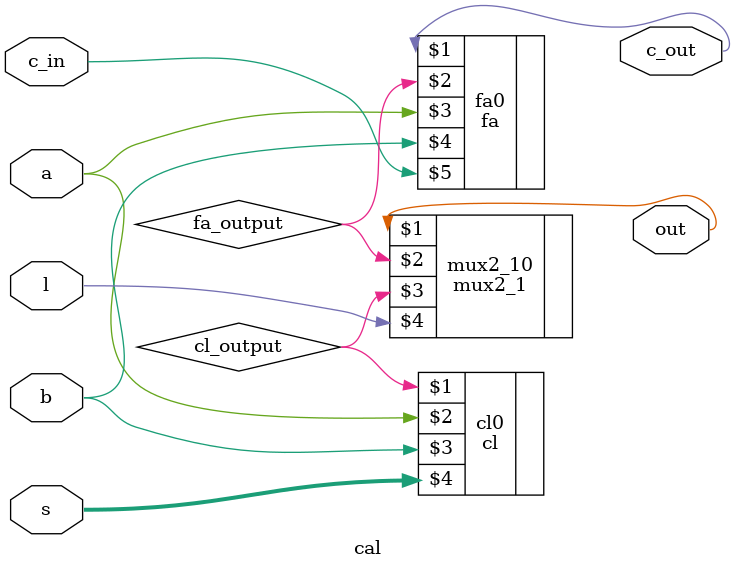
<source format=v>
module cal(output wire out, c_out, input wire a, b, l, c_in, input wire [1:0] s);

//Declaraci�n de conexiones internas
wire  cl_output, fa_output;

cl cl0 (cl_output, a, b, s);
fa fa0 (c_out, fa_output, a, b, c_in);

mux2_1 mux2_10 (out, fa_output, cl_output, l);

endmodule
</source>
